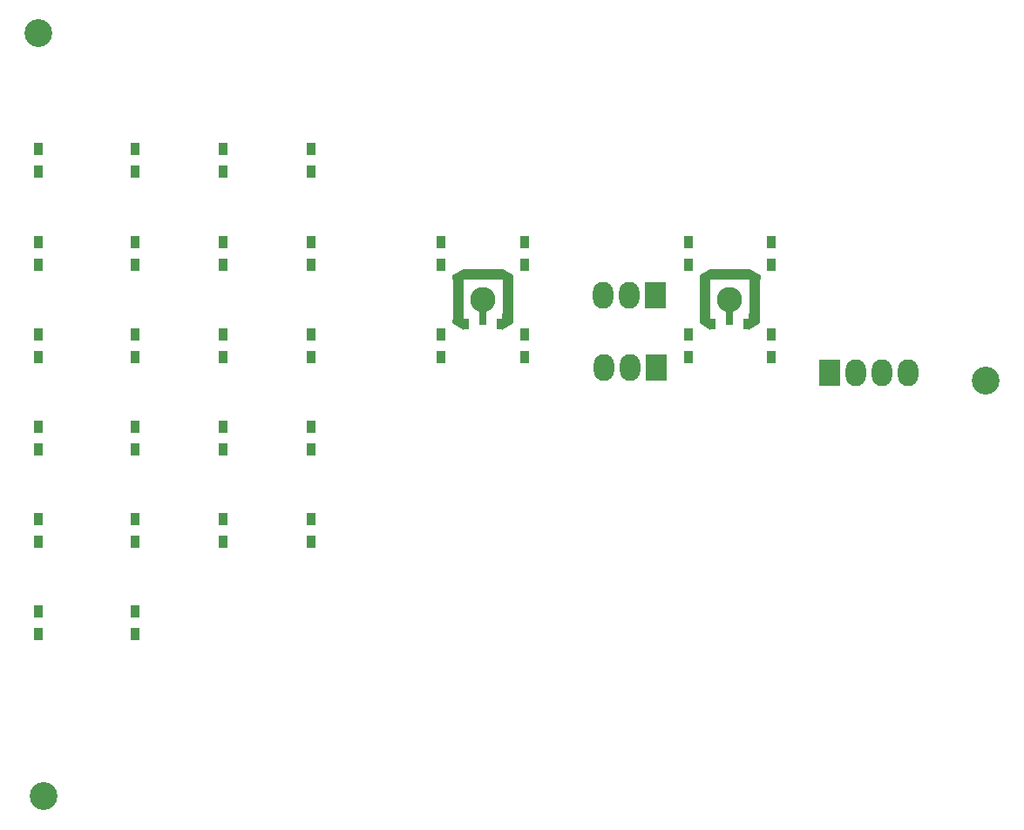
<source format=gbr>
G04 #@! TF.GenerationSoftware,KiCad,Pcbnew,(5.1.4-0-10_14)*
G04 #@! TF.CreationDate,2019-10-31T10:02:22+01:00*
G04 #@! TF.ProjectId,EWI_Right,4557495f-5269-4676-9874-2e6b69636164,-*
G04 #@! TF.SameCoordinates,Original*
G04 #@! TF.FileFunction,Soldermask,Top*
G04 #@! TF.FilePolarity,Negative*
%FSLAX46Y46*%
G04 Gerber Fmt 4.6, Leading zero omitted, Abs format (unit mm)*
G04 Created by KiCad (PCBNEW (5.1.4-0-10_14)) date 2019-10-31 10:02:22*
%MOMM*%
%LPD*%
G04 APERTURE LIST*
%ADD10R,2.000000X2.600000*%
%ADD11O,2.000000X2.600000*%
%ADD12C,2.700000*%
%ADD13R,0.900000X1.200000*%
%ADD14C,0.867506*%
%ADD15C,0.100000*%
%ADD16R,0.608000X1.090000*%
%ADD17R,1.090000X3.920000*%
%ADD18C,2.450000*%
%ADD19R,0.640000X2.450000*%
%ADD20R,3.920000X1.090000*%
G04 APERTURE END LIST*
D10*
X215985652Y-61878332D03*
D11*
X218525652Y-61878332D03*
X221065652Y-61878332D03*
X223605652Y-61878332D03*
D10*
X199060000Y-54370000D03*
D11*
X196520000Y-54370000D03*
X193980000Y-54370000D03*
D10*
X199100000Y-61370000D03*
D11*
X196560000Y-61370000D03*
X194020000Y-61370000D03*
D12*
X139095652Y-28908332D03*
X139595652Y-103078332D03*
X231165652Y-62668332D03*
D13*
X139108802Y-42377208D03*
X139108802Y-40177208D03*
X139108802Y-51377208D03*
X139108802Y-49177208D03*
X139108802Y-60367208D03*
X139108802Y-58167208D03*
X139108802Y-69357208D03*
X139108802Y-67157208D03*
X139108802Y-78347208D03*
X139108802Y-76147208D03*
X139108802Y-87337208D03*
X139108802Y-85137208D03*
X148458802Y-42377208D03*
X148458802Y-40177208D03*
X148458802Y-51377208D03*
X148458802Y-49177208D03*
X148458802Y-60367208D03*
X148458802Y-58167208D03*
X148458802Y-69357208D03*
X148458802Y-67157208D03*
X148458802Y-78347208D03*
X148458802Y-76147208D03*
X148458802Y-87337208D03*
X148458802Y-85137208D03*
X157068802Y-42377208D03*
X157068802Y-40177208D03*
X157068802Y-51377208D03*
X157068802Y-49177208D03*
X157068802Y-60367208D03*
X157068802Y-58167208D03*
X157068802Y-69357208D03*
X157068802Y-67157208D03*
X157068802Y-78347208D03*
X157068802Y-76147208D03*
X165598802Y-42377208D03*
X165598802Y-40177208D03*
X165598802Y-51377208D03*
X165598802Y-49177208D03*
X165598802Y-60367208D03*
X165598802Y-58167208D03*
X165598802Y-69357208D03*
X165598802Y-67157208D03*
X165598802Y-78347208D03*
X165598802Y-76147208D03*
X178258802Y-49177208D03*
X178258802Y-51377208D03*
X178258802Y-60367208D03*
X178258802Y-58167208D03*
X186328802Y-49177208D03*
X186328802Y-51377208D03*
X186328802Y-60367208D03*
X186328802Y-58167208D03*
X202228802Y-49177208D03*
X202228802Y-51377208D03*
X202228802Y-60367208D03*
X202228802Y-58167208D03*
X210298802Y-49177208D03*
X210298802Y-51377208D03*
X210298802Y-60367208D03*
X210298802Y-58167208D03*
D14*
X203868802Y-56917208D03*
D15*
G36*
X204413802Y-57729708D02*
G01*
X203323802Y-57104708D01*
X203323802Y-56729708D01*
X204413802Y-56104708D01*
X204413802Y-57729708D01*
X204413802Y-57729708D01*
G37*
D14*
X203868802Y-52617208D03*
D15*
G36*
X204413802Y-53429708D02*
G01*
X203323802Y-52804708D01*
X203323802Y-52429708D01*
X204413802Y-51804708D01*
X204413802Y-53429708D01*
X204413802Y-53429708D01*
G37*
D14*
X208668802Y-56917208D03*
D15*
G36*
X208123802Y-56104708D02*
G01*
X209213802Y-56729708D01*
X209213802Y-57104708D01*
X208123802Y-57729708D01*
X208123802Y-56104708D01*
X208123802Y-56104708D01*
G37*
D16*
X204668802Y-57167208D03*
D17*
X208683802Y-54767208D03*
D18*
X206268802Y-54767208D03*
D19*
X206268802Y-56017208D03*
D17*
X203853802Y-54767208D03*
D20*
X206268802Y-52352208D03*
D16*
X207868802Y-57167208D03*
D14*
X208718802Y-52617208D03*
D15*
G36*
X208173802Y-51804708D02*
G01*
X209263802Y-52429708D01*
X209263802Y-52804708D01*
X208173802Y-53429708D01*
X208173802Y-51804708D01*
X208173802Y-51804708D01*
G37*
D14*
X179888802Y-56917208D03*
D15*
G36*
X180433802Y-57729708D02*
G01*
X179343802Y-57104708D01*
X179343802Y-56729708D01*
X180433802Y-56104708D01*
X180433802Y-57729708D01*
X180433802Y-57729708D01*
G37*
D14*
X179888802Y-52617208D03*
D15*
G36*
X180433802Y-53429708D02*
G01*
X179343802Y-52804708D01*
X179343802Y-52429708D01*
X180433802Y-51804708D01*
X180433802Y-53429708D01*
X180433802Y-53429708D01*
G37*
D14*
X184688802Y-56917208D03*
D15*
G36*
X184143802Y-56104708D02*
G01*
X185233802Y-56729708D01*
X185233802Y-57104708D01*
X184143802Y-57729708D01*
X184143802Y-56104708D01*
X184143802Y-56104708D01*
G37*
D16*
X180688802Y-57167208D03*
D17*
X184703802Y-54767208D03*
D18*
X182288802Y-54767208D03*
D19*
X182288802Y-56017208D03*
D17*
X179873802Y-54767208D03*
D20*
X182288802Y-52352208D03*
D16*
X183888802Y-57167208D03*
D14*
X184738802Y-52617208D03*
D15*
G36*
X184193802Y-51804708D02*
G01*
X185283802Y-52429708D01*
X185283802Y-52804708D01*
X184193802Y-53429708D01*
X184193802Y-51804708D01*
X184193802Y-51804708D01*
G37*
M02*

</source>
